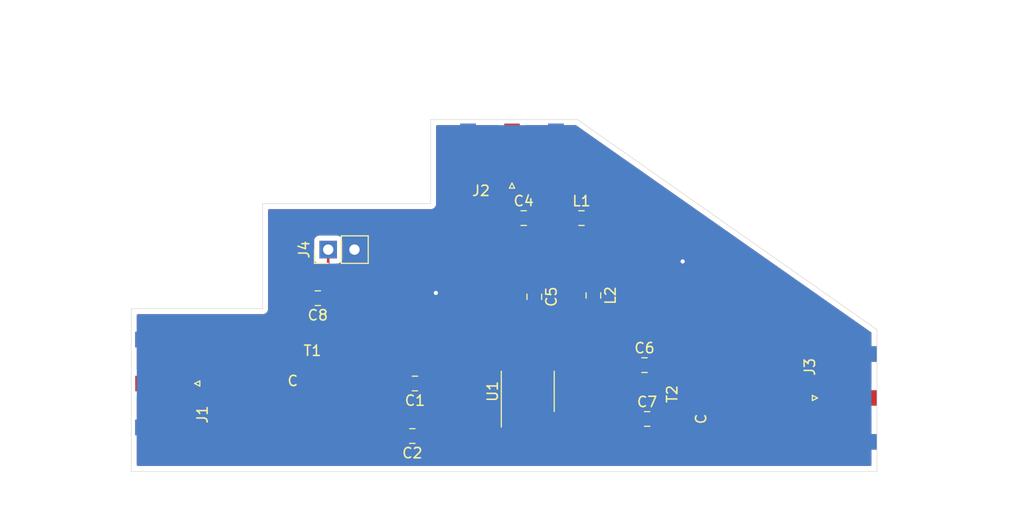
<source format=kicad_pcb>
(kicad_pcb (version 20171130) (host pcbnew "(5.1.5)-3")

  (general
    (thickness 1.6)
    (drawings 9)
    (tracks 44)
    (zones 0)
    (modules 16)
    (nets 17)
  )

  (page A4)
  (layers
    (0 F.Cu signal)
    (31 B.Cu signal)
    (32 B.Adhes user)
    (33 F.Adhes user)
    (34 B.Paste user)
    (35 F.Paste user)
    (36 B.SilkS user)
    (37 F.SilkS user)
    (38 B.Mask user)
    (39 F.Mask user)
    (40 Dwgs.User user)
    (41 Cmts.User user)
    (42 Eco1.User user)
    (43 Eco2.User user)
    (44 Edge.Cuts user)
    (45 Margin user)
    (46 B.CrtYd user)
    (47 F.CrtYd user)
    (48 B.Fab user)
    (49 F.Fab user)
  )

  (setup
    (last_trace_width 0.25)
    (trace_clearance 0.254)
    (zone_clearance 0.508)
    (zone_45_only no)
    (trace_min 0.2)
    (via_size 0.8)
    (via_drill 0.4)
    (via_min_size 0.4)
    (via_min_drill 0.3)
    (uvia_size 0.3)
    (uvia_drill 0.1)
    (uvias_allowed no)
    (uvia_min_size 0.2)
    (uvia_min_drill 0.1)
    (edge_width 0.05)
    (segment_width 0.2)
    (pcb_text_width 0.3)
    (pcb_text_size 1.5 1.5)
    (mod_edge_width 0.12)
    (mod_text_size 1 1)
    (mod_text_width 0.15)
    (pad_size 1.524 1.524)
    (pad_drill 0.762)
    (pad_to_mask_clearance 0.051)
    (solder_mask_min_width 0.25)
    (aux_axis_origin 0 0)
    (visible_elements 7FFFFFFF)
    (pcbplotparams
      (layerselection 0x01000_ffffffff)
      (usegerberextensions false)
      (usegerberattributes false)
      (usegerberadvancedattributes false)
      (creategerberjobfile false)
      (excludeedgelayer true)
      (linewidth 0.100000)
      (plotframeref false)
      (viasonmask false)
      (mode 1)
      (useauxorigin false)
      (hpglpennumber 1)
      (hpglpenspeed 20)
      (hpglpendiameter 15.000000)
      (psnegative false)
      (psa4output false)
      (plotreference true)
      (plotvalue true)
      (plotinvisibletext false)
      (padsonsilk false)
      (subtractmaskfromsilk false)
      (outputformat 1)
      (mirror false)
      (drillshape 0)
      (scaleselection 1)
      (outputdirectory "mill/"))
  )

  (net 0 "")
  (net 1 "Net-(C1-Pad1)")
  (net 2 "Net-(C1-Pad2)")
  (net 3 "Net-(C2-Pad2)")
  (net 4 "Net-(C2-Pad1)")
  (net 5 VCC)
  (net 6 GND)
  (net 7 "Net-(C4-Pad1)")
  (net 8 "Net-(C4-Pad2)")
  (net 9 "Net-(C5-Pad2)")
  (net 10 "Net-(C6-Pad1)")
  (net 11 "Net-(C6-Pad2)")
  (net 12 "Net-(C7-Pad2)")
  (net 13 "Net-(C7-Pad1)")
  (net 14 "Net-(J1-Pad1)")
  (net 15 "Net-(J3-Pad1)")
  (net 16 "Net-(L1-Pad2)")

  (net_class Default "This is the default net class."
    (clearance 0.254)
    (trace_width 0.25)
    (via_dia 0.8)
    (via_drill 0.4)
    (uvia_dia 0.3)
    (uvia_drill 0.1)
    (diff_pair_width 0.254)
    (diff_pair_gap 0.25)
    (add_net GND)
    (add_net "Net-(C1-Pad1)")
    (add_net "Net-(C1-Pad2)")
    (add_net "Net-(C2-Pad1)")
    (add_net "Net-(C2-Pad2)")
    (add_net "Net-(C4-Pad1)")
    (add_net "Net-(C4-Pad2)")
    (add_net "Net-(C5-Pad2)")
    (add_net "Net-(C6-Pad1)")
    (add_net "Net-(C6-Pad2)")
    (add_net "Net-(C7-Pad1)")
    (add_net "Net-(C7-Pad2)")
    (add_net "Net-(J1-Pad1)")
    (add_net "Net-(J3-Pad1)")
    (add_net "Net-(L1-Pad2)")
    (add_net VCC)
  )

  (module Capacitor_SMD:C_0805_2012Metric_Pad1.15x1.40mm_HandSolder (layer F.Cu) (tedit 5B36C52B) (tstamp 5E575FBF)
    (at 127.009 86.995 180)
    (descr "Capacitor SMD 0805 (2012 Metric), square (rectangular) end terminal, IPC_7351 nominal with elongated pad for handsoldering. (Body size source: https://docs.google.com/spreadsheets/d/1BsfQQcO9C6DZCsRaXUlFlo91Tg2WpOkGARC1WS5S8t0/edit?usp=sharing), generated with kicad-footprint-generator")
    (tags "capacitor handsolder")
    (path /5E4487E9)
    (attr smd)
    (fp_text reference C1 (at 0 -1.65) (layer F.SilkS)
      (effects (font (size 1 1) (thickness 0.15)))
    )
    (fp_text value 10u (at 0 1.65) (layer F.Fab)
      (effects (font (size 1 1) (thickness 0.15)))
    )
    (fp_line (start -1 0.6) (end -1 -0.6) (layer F.Fab) (width 0.1))
    (fp_line (start -1 -0.6) (end 1 -0.6) (layer F.Fab) (width 0.1))
    (fp_line (start 1 -0.6) (end 1 0.6) (layer F.Fab) (width 0.1))
    (fp_line (start 1 0.6) (end -1 0.6) (layer F.Fab) (width 0.1))
    (fp_line (start -0.261252 -0.71) (end 0.261252 -0.71) (layer F.SilkS) (width 0.12))
    (fp_line (start -0.261252 0.71) (end 0.261252 0.71) (layer F.SilkS) (width 0.12))
    (fp_line (start -1.85 0.95) (end -1.85 -0.95) (layer F.CrtYd) (width 0.05))
    (fp_line (start -1.85 -0.95) (end 1.85 -0.95) (layer F.CrtYd) (width 0.05))
    (fp_line (start 1.85 -0.95) (end 1.85 0.95) (layer F.CrtYd) (width 0.05))
    (fp_line (start 1.85 0.95) (end -1.85 0.95) (layer F.CrtYd) (width 0.05))
    (fp_text user %R (at 0 0) (layer F.Fab)
      (effects (font (size 0.5 0.5) (thickness 0.08)))
    )
    (pad 1 smd roundrect (at -1.025 0 180) (size 1.15 1.4) (layers F.Cu F.Paste F.Mask) (roundrect_rratio 0.217391)
      (net 1 "Net-(C1-Pad1)"))
    (pad 2 smd roundrect (at 1.025 0 180) (size 1.15 1.4) (layers F.Cu F.Paste F.Mask) (roundrect_rratio 0.217391)
      (net 2 "Net-(C1-Pad2)"))
    (model ${KISYS3DMOD}/Capacitor_SMD.3dshapes/C_0805_2012Metric.wrl
      (at (xyz 0 0 0))
      (scale (xyz 1 1 1))
      (rotate (xyz 0 0 0))
    )
  )

  (module Capacitor_SMD:C_0805_2012Metric_Pad1.15x1.40mm_HandSolder (layer F.Cu) (tedit 5B36C52B) (tstamp 5E575FD0)
    (at 126.755 92.075 180)
    (descr "Capacitor SMD 0805 (2012 Metric), square (rectangular) end terminal, IPC_7351 nominal with elongated pad for handsoldering. (Body size source: https://docs.google.com/spreadsheets/d/1BsfQQcO9C6DZCsRaXUlFlo91Tg2WpOkGARC1WS5S8t0/edit?usp=sharing), generated with kicad-footprint-generator")
    (tags "capacitor handsolder")
    (path /5E449573)
    (attr smd)
    (fp_text reference C2 (at 0 -1.65) (layer F.SilkS)
      (effects (font (size 1 1) (thickness 0.15)))
    )
    (fp_text value 10u (at 0 1.65) (layer F.Fab)
      (effects (font (size 1 1) (thickness 0.15)))
    )
    (fp_text user %R (at 0 0) (layer F.Fab)
      (effects (font (size 0.5 0.5) (thickness 0.08)))
    )
    (fp_line (start 1.85 0.95) (end -1.85 0.95) (layer F.CrtYd) (width 0.05))
    (fp_line (start 1.85 -0.95) (end 1.85 0.95) (layer F.CrtYd) (width 0.05))
    (fp_line (start -1.85 -0.95) (end 1.85 -0.95) (layer F.CrtYd) (width 0.05))
    (fp_line (start -1.85 0.95) (end -1.85 -0.95) (layer F.CrtYd) (width 0.05))
    (fp_line (start -0.261252 0.71) (end 0.261252 0.71) (layer F.SilkS) (width 0.12))
    (fp_line (start -0.261252 -0.71) (end 0.261252 -0.71) (layer F.SilkS) (width 0.12))
    (fp_line (start 1 0.6) (end -1 0.6) (layer F.Fab) (width 0.1))
    (fp_line (start 1 -0.6) (end 1 0.6) (layer F.Fab) (width 0.1))
    (fp_line (start -1 -0.6) (end 1 -0.6) (layer F.Fab) (width 0.1))
    (fp_line (start -1 0.6) (end -1 -0.6) (layer F.Fab) (width 0.1))
    (pad 2 smd roundrect (at 1.025 0 180) (size 1.15 1.4) (layers F.Cu F.Paste F.Mask) (roundrect_rratio 0.217391)
      (net 3 "Net-(C2-Pad2)"))
    (pad 1 smd roundrect (at -1.025 0 180) (size 1.15 1.4) (layers F.Cu F.Paste F.Mask) (roundrect_rratio 0.217391)
      (net 4 "Net-(C2-Pad1)"))
    (model ${KISYS3DMOD}/Capacitor_SMD.3dshapes/C_0805_2012Metric.wrl
      (at (xyz 0 0 0))
      (scale (xyz 1 1 1))
      (rotate (xyz 0 0 0))
    )
  )

  (module Capacitor_SMD:C_0805_2012Metric_Pad1.15x1.40mm_HandSolder (layer F.Cu) (tedit 5B36C52B) (tstamp 5E575FF2)
    (at 137.532 70.993)
    (descr "Capacitor SMD 0805 (2012 Metric), square (rectangular) end terminal, IPC_7351 nominal with elongated pad for handsoldering. (Body size source: https://docs.google.com/spreadsheets/d/1BsfQQcO9C6DZCsRaXUlFlo91Tg2WpOkGARC1WS5S8t0/edit?usp=sharing), generated with kicad-footprint-generator")
    (tags "capacitor handsolder")
    (path /5E462B15)
    (attr smd)
    (fp_text reference C4 (at 0 -1.65) (layer F.SilkS)
      (effects (font (size 1 1) (thickness 0.15)))
    )
    (fp_text value 2.2n (at 0 1.65) (layer F.Fab)
      (effects (font (size 1 1) (thickness 0.15)))
    )
    (fp_line (start -1 0.6) (end -1 -0.6) (layer F.Fab) (width 0.1))
    (fp_line (start -1 -0.6) (end 1 -0.6) (layer F.Fab) (width 0.1))
    (fp_line (start 1 -0.6) (end 1 0.6) (layer F.Fab) (width 0.1))
    (fp_line (start 1 0.6) (end -1 0.6) (layer F.Fab) (width 0.1))
    (fp_line (start -0.261252 -0.71) (end 0.261252 -0.71) (layer F.SilkS) (width 0.12))
    (fp_line (start -0.261252 0.71) (end 0.261252 0.71) (layer F.SilkS) (width 0.12))
    (fp_line (start -1.85 0.95) (end -1.85 -0.95) (layer F.CrtYd) (width 0.05))
    (fp_line (start -1.85 -0.95) (end 1.85 -0.95) (layer F.CrtYd) (width 0.05))
    (fp_line (start 1.85 -0.95) (end 1.85 0.95) (layer F.CrtYd) (width 0.05))
    (fp_line (start 1.85 0.95) (end -1.85 0.95) (layer F.CrtYd) (width 0.05))
    (fp_text user %R (at 0 0) (layer F.Fab)
      (effects (font (size 0.5 0.5) (thickness 0.08)))
    )
    (pad 1 smd roundrect (at -1.025 0) (size 1.15 1.4) (layers F.Cu F.Paste F.Mask) (roundrect_rratio 0.217391)
      (net 7 "Net-(C4-Pad1)"))
    (pad 2 smd roundrect (at 1.025 0) (size 1.15 1.4) (layers F.Cu F.Paste F.Mask) (roundrect_rratio 0.217391)
      (net 8 "Net-(C4-Pad2)"))
    (model ${KISYS3DMOD}/Capacitor_SMD.3dshapes/C_0805_2012Metric.wrl
      (at (xyz 0 0 0))
      (scale (xyz 1 1 1))
      (rotate (xyz 0 0 0))
    )
  )

  (module Capacitor_SMD:C_0805_2012Metric_Pad1.15x1.40mm_HandSolder (layer F.Cu) (tedit 5B36C52B) (tstamp 5E576003)
    (at 138.557 78.604 270)
    (descr "Capacitor SMD 0805 (2012 Metric), square (rectangular) end terminal, IPC_7351 nominal with elongated pad for handsoldering. (Body size source: https://docs.google.com/spreadsheets/d/1BsfQQcO9C6DZCsRaXUlFlo91Tg2WpOkGARC1WS5S8t0/edit?usp=sharing), generated with kicad-footprint-generator")
    (tags "capacitor handsolder")
    (path /5E465A73)
    (attr smd)
    (fp_text reference C5 (at 0 -1.65 90) (layer F.SilkS)
      (effects (font (size 1 1) (thickness 0.15)))
    )
    (fp_text value 10u (at 0 1.65 90) (layer F.Fab)
      (effects (font (size 1 1) (thickness 0.15)))
    )
    (fp_text user %R (at 0 0 90) (layer F.Fab)
      (effects (font (size 0.5 0.5) (thickness 0.08)))
    )
    (fp_line (start 1.85 0.95) (end -1.85 0.95) (layer F.CrtYd) (width 0.05))
    (fp_line (start 1.85 -0.95) (end 1.85 0.95) (layer F.CrtYd) (width 0.05))
    (fp_line (start -1.85 -0.95) (end 1.85 -0.95) (layer F.CrtYd) (width 0.05))
    (fp_line (start -1.85 0.95) (end -1.85 -0.95) (layer F.CrtYd) (width 0.05))
    (fp_line (start -0.261252 0.71) (end 0.261252 0.71) (layer F.SilkS) (width 0.12))
    (fp_line (start -0.261252 -0.71) (end 0.261252 -0.71) (layer F.SilkS) (width 0.12))
    (fp_line (start 1 0.6) (end -1 0.6) (layer F.Fab) (width 0.1))
    (fp_line (start 1 -0.6) (end 1 0.6) (layer F.Fab) (width 0.1))
    (fp_line (start -1 -0.6) (end 1 -0.6) (layer F.Fab) (width 0.1))
    (fp_line (start -1 0.6) (end -1 -0.6) (layer F.Fab) (width 0.1))
    (pad 2 smd roundrect (at 1.025 0 270) (size 1.15 1.4) (layers F.Cu F.Paste F.Mask) (roundrect_rratio 0.217391)
      (net 9 "Net-(C5-Pad2)"))
    (pad 1 smd roundrect (at -1.025 0 270) (size 1.15 1.4) (layers F.Cu F.Paste F.Mask) (roundrect_rratio 0.217391)
      (net 8 "Net-(C4-Pad2)"))
    (model ${KISYS3DMOD}/Capacitor_SMD.3dshapes/C_0805_2012Metric.wrl
      (at (xyz 0 0 0))
      (scale (xyz 1 1 1))
      (rotate (xyz 0 0 0))
    )
  )

  (module Capacitor_SMD:C_0805_2012Metric_Pad1.15x1.40mm_HandSolder (layer F.Cu) (tedit 5B36C52B) (tstamp 5E576014)
    (at 149.216 85.217)
    (descr "Capacitor SMD 0805 (2012 Metric), square (rectangular) end terminal, IPC_7351 nominal with elongated pad for handsoldering. (Body size source: https://docs.google.com/spreadsheets/d/1BsfQQcO9C6DZCsRaXUlFlo91Tg2WpOkGARC1WS5S8t0/edit?usp=sharing), generated with kicad-footprint-generator")
    (tags "capacitor handsolder")
    (path /5E451EC8)
    (attr smd)
    (fp_text reference C6 (at 0 -1.65) (layer F.SilkS)
      (effects (font (size 1 1) (thickness 0.15)))
    )
    (fp_text value 10u (at 0 1.65) (layer F.Fab)
      (effects (font (size 1 1) (thickness 0.15)))
    )
    (fp_line (start -1 0.6) (end -1 -0.6) (layer F.Fab) (width 0.1))
    (fp_line (start -1 -0.6) (end 1 -0.6) (layer F.Fab) (width 0.1))
    (fp_line (start 1 -0.6) (end 1 0.6) (layer F.Fab) (width 0.1))
    (fp_line (start 1 0.6) (end -1 0.6) (layer F.Fab) (width 0.1))
    (fp_line (start -0.261252 -0.71) (end 0.261252 -0.71) (layer F.SilkS) (width 0.12))
    (fp_line (start -0.261252 0.71) (end 0.261252 0.71) (layer F.SilkS) (width 0.12))
    (fp_line (start -1.85 0.95) (end -1.85 -0.95) (layer F.CrtYd) (width 0.05))
    (fp_line (start -1.85 -0.95) (end 1.85 -0.95) (layer F.CrtYd) (width 0.05))
    (fp_line (start 1.85 -0.95) (end 1.85 0.95) (layer F.CrtYd) (width 0.05))
    (fp_line (start 1.85 0.95) (end -1.85 0.95) (layer F.CrtYd) (width 0.05))
    (fp_text user %R (at 0 0) (layer F.Fab)
      (effects (font (size 0.5 0.5) (thickness 0.08)))
    )
    (pad 1 smd roundrect (at -1.025 0) (size 1.15 1.4) (layers F.Cu F.Paste F.Mask) (roundrect_rratio 0.217391)
      (net 10 "Net-(C6-Pad1)"))
    (pad 2 smd roundrect (at 1.025 0) (size 1.15 1.4) (layers F.Cu F.Paste F.Mask) (roundrect_rratio 0.217391)
      (net 11 "Net-(C6-Pad2)"))
    (model ${KISYS3DMOD}/Capacitor_SMD.3dshapes/C_0805_2012Metric.wrl
      (at (xyz 0 0 0))
      (scale (xyz 1 1 1))
      (rotate (xyz 0 0 0))
    )
  )

  (module Capacitor_SMD:C_0805_2012Metric_Pad1.15x1.40mm_HandSolder (layer F.Cu) (tedit 5B36C52B) (tstamp 5E576025)
    (at 149.47 90.424)
    (descr "Capacitor SMD 0805 (2012 Metric), square (rectangular) end terminal, IPC_7351 nominal with elongated pad for handsoldering. (Body size source: https://docs.google.com/spreadsheets/d/1BsfQQcO9C6DZCsRaXUlFlo91Tg2WpOkGARC1WS5S8t0/edit?usp=sharing), generated with kicad-footprint-generator")
    (tags "capacitor handsolder")
    (path /5E451ED2)
    (attr smd)
    (fp_text reference C7 (at 0 -1.65) (layer F.SilkS)
      (effects (font (size 1 1) (thickness 0.15)))
    )
    (fp_text value 10u (at 0 1.65) (layer F.Fab)
      (effects (font (size 1 1) (thickness 0.15)))
    )
    (fp_text user %R (at 0 0) (layer F.Fab)
      (effects (font (size 0.5 0.5) (thickness 0.08)))
    )
    (fp_line (start 1.85 0.95) (end -1.85 0.95) (layer F.CrtYd) (width 0.05))
    (fp_line (start 1.85 -0.95) (end 1.85 0.95) (layer F.CrtYd) (width 0.05))
    (fp_line (start -1.85 -0.95) (end 1.85 -0.95) (layer F.CrtYd) (width 0.05))
    (fp_line (start -1.85 0.95) (end -1.85 -0.95) (layer F.CrtYd) (width 0.05))
    (fp_line (start -0.261252 0.71) (end 0.261252 0.71) (layer F.SilkS) (width 0.12))
    (fp_line (start -0.261252 -0.71) (end 0.261252 -0.71) (layer F.SilkS) (width 0.12))
    (fp_line (start 1 0.6) (end -1 0.6) (layer F.Fab) (width 0.1))
    (fp_line (start 1 -0.6) (end 1 0.6) (layer F.Fab) (width 0.1))
    (fp_line (start -1 -0.6) (end 1 -0.6) (layer F.Fab) (width 0.1))
    (fp_line (start -1 0.6) (end -1 -0.6) (layer F.Fab) (width 0.1))
    (pad 2 smd roundrect (at 1.025 0) (size 1.15 1.4) (layers F.Cu F.Paste F.Mask) (roundrect_rratio 0.217391)
      (net 12 "Net-(C7-Pad2)"))
    (pad 1 smd roundrect (at -1.025 0) (size 1.15 1.4) (layers F.Cu F.Paste F.Mask) (roundrect_rratio 0.217391)
      (net 13 "Net-(C7-Pad1)"))
    (model ${KISYS3DMOD}/Capacitor_SMD.3dshapes/C_0805_2012Metric.wrl
      (at (xyz 0 0 0))
      (scale (xyz 1 1 1))
      (rotate (xyz 0 0 0))
    )
  )

  (module Connector_Coaxial:SMA_Amphenol_132289_EdgeMount (layer F.Cu) (tedit 5A1C1810) (tstamp 5E576048)
    (at 102.489 86.995 180)
    (descr http://www.amphenolrf.com/132289.html)
    (tags SMA)
    (path /5E44E17A)
    (attr smd)
    (fp_text reference J1 (at -3.96 -3 90) (layer F.SilkS)
      (effects (font (size 1 1) (thickness 0.15)))
    )
    (fp_text value Conn_Coaxial (at 5 6) (layer F.Fab)
      (effects (font (size 1 1) (thickness 0.15)))
    )
    (fp_line (start -3.71 0.25) (end -3.21 0) (layer F.SilkS) (width 0.12))
    (fp_line (start -3.71 -0.25) (end -3.71 0.25) (layer F.SilkS) (width 0.12))
    (fp_line (start -3.21 0) (end -3.71 -0.25) (layer F.SilkS) (width 0.12))
    (fp_line (start 3.54 0) (end 2.54 0.75) (layer F.Fab) (width 0.1))
    (fp_line (start 2.54 -0.75) (end 3.54 0) (layer F.Fab) (width 0.1))
    (fp_text user %R (at 4.79 0 270) (layer F.Fab)
      (effects (font (size 1 1) (thickness 0.15)))
    )
    (fp_line (start 14.47 -5.58) (end -3.04 -5.58) (layer F.CrtYd) (width 0.05))
    (fp_line (start 14.47 -5.58) (end 14.47 5.58) (layer F.CrtYd) (width 0.05))
    (fp_line (start 14.47 5.58) (end -3.04 5.58) (layer F.CrtYd) (width 0.05))
    (fp_line (start -3.04 5.58) (end -3.04 -5.58) (layer F.CrtYd) (width 0.05))
    (fp_line (start 14.47 -5.58) (end -3.04 -5.58) (layer B.CrtYd) (width 0.05))
    (fp_line (start 14.47 -5.58) (end 14.47 5.58) (layer B.CrtYd) (width 0.05))
    (fp_line (start 14.47 5.58) (end -3.04 5.58) (layer B.CrtYd) (width 0.05))
    (fp_line (start -3.04 5.58) (end -3.04 -5.58) (layer B.CrtYd) (width 0.05))
    (fp_line (start 4.445 -3.81) (end 13.97 -3.81) (layer F.Fab) (width 0.1))
    (fp_line (start 13.97 -3.81) (end 13.97 3.81) (layer F.Fab) (width 0.1))
    (fp_line (start 13.97 3.81) (end 4.445 3.81) (layer F.Fab) (width 0.1))
    (fp_line (start 4.445 5.08) (end 4.445 3.81) (layer F.Fab) (width 0.1))
    (fp_line (start 4.445 -3.81) (end 4.445 -5.08) (layer F.Fab) (width 0.1))
    (fp_line (start -1.91 -5.08) (end 4.445 -5.08) (layer F.Fab) (width 0.1))
    (fp_line (start -1.91 -5.08) (end -1.91 -3.81) (layer F.Fab) (width 0.1))
    (fp_line (start -1.91 -3.81) (end 2.54 -3.81) (layer F.Fab) (width 0.1))
    (fp_line (start 2.54 -3.81) (end 2.54 3.81) (layer F.Fab) (width 0.1))
    (fp_line (start 2.54 3.81) (end -1.91 3.81) (layer F.Fab) (width 0.1))
    (fp_line (start -1.91 3.81) (end -1.91 5.08) (layer F.Fab) (width 0.1))
    (fp_line (start -1.91 5.08) (end 4.445 5.08) (layer F.Fab) (width 0.1))
    (pad 2 smd rect (at 0 4.25 270) (size 1.5 5.08) (layers B.Cu B.Paste B.Mask)
      (net 6 GND))
    (pad 2 smd rect (at 0 -4.25 270) (size 1.5 5.08) (layers B.Cu B.Paste B.Mask)
      (net 6 GND))
    (pad 2 smd rect (at 0 4.25 270) (size 1.5 5.08) (layers F.Cu F.Paste F.Mask)
      (net 6 GND))
    (pad 2 smd rect (at 0 -4.25 270) (size 1.5 5.08) (layers F.Cu F.Paste F.Mask)
      (net 6 GND))
    (pad 1 smd rect (at 0 0 270) (size 1.5 5.08) (layers F.Cu F.Paste F.Mask)
      (net 14 "Net-(J1-Pad1)"))
    (model ${KISYS3DMOD}/Connector_Coaxial.3dshapes/SMA_Amphenol_132289_EdgeMount.wrl
      (at (xyz 0 0 0))
      (scale (xyz 1 1 1))
      (rotate (xyz 0 0 0))
    )
  )

  (module Connector_Coaxial:SMA_Amphenol_132289_EdgeMount (layer F.Cu) (tedit 5A1C1810) (tstamp 5E57606B)
    (at 136.398 64.389 90)
    (descr http://www.amphenolrf.com/132289.html)
    (tags SMA)
    (path /5E461885)
    (attr smd)
    (fp_text reference J2 (at -3.96 -3) (layer F.SilkS)
      (effects (font (size 1 1) (thickness 0.15)))
    )
    (fp_text value Conn_Coaxial (at 5 6 90) (layer F.Fab)
      (effects (font (size 1 1) (thickness 0.15)))
    )
    (fp_line (start -3.71 0.25) (end -3.21 0) (layer F.SilkS) (width 0.12))
    (fp_line (start -3.71 -0.25) (end -3.71 0.25) (layer F.SilkS) (width 0.12))
    (fp_line (start -3.21 0) (end -3.71 -0.25) (layer F.SilkS) (width 0.12))
    (fp_line (start 3.54 0) (end 2.54 0.75) (layer F.Fab) (width 0.1))
    (fp_line (start 2.54 -0.75) (end 3.54 0) (layer F.Fab) (width 0.1))
    (fp_text user %R (at 4.79 0 180) (layer F.Fab)
      (effects (font (size 1 1) (thickness 0.15)))
    )
    (fp_line (start 14.47 -5.58) (end -3.04 -5.58) (layer F.CrtYd) (width 0.05))
    (fp_line (start 14.47 -5.58) (end 14.47 5.58) (layer F.CrtYd) (width 0.05))
    (fp_line (start 14.47 5.58) (end -3.04 5.58) (layer F.CrtYd) (width 0.05))
    (fp_line (start -3.04 5.58) (end -3.04 -5.58) (layer F.CrtYd) (width 0.05))
    (fp_line (start 14.47 -5.58) (end -3.04 -5.58) (layer B.CrtYd) (width 0.05))
    (fp_line (start 14.47 -5.58) (end 14.47 5.58) (layer B.CrtYd) (width 0.05))
    (fp_line (start 14.47 5.58) (end -3.04 5.58) (layer B.CrtYd) (width 0.05))
    (fp_line (start -3.04 5.58) (end -3.04 -5.58) (layer B.CrtYd) (width 0.05))
    (fp_line (start 4.445 -3.81) (end 13.97 -3.81) (layer F.Fab) (width 0.1))
    (fp_line (start 13.97 -3.81) (end 13.97 3.81) (layer F.Fab) (width 0.1))
    (fp_line (start 13.97 3.81) (end 4.445 3.81) (layer F.Fab) (width 0.1))
    (fp_line (start 4.445 5.08) (end 4.445 3.81) (layer F.Fab) (width 0.1))
    (fp_line (start 4.445 -3.81) (end 4.445 -5.08) (layer F.Fab) (width 0.1))
    (fp_line (start -1.91 -5.08) (end 4.445 -5.08) (layer F.Fab) (width 0.1))
    (fp_line (start -1.91 -5.08) (end -1.91 -3.81) (layer F.Fab) (width 0.1))
    (fp_line (start -1.91 -3.81) (end 2.54 -3.81) (layer F.Fab) (width 0.1))
    (fp_line (start 2.54 -3.81) (end 2.54 3.81) (layer F.Fab) (width 0.1))
    (fp_line (start 2.54 3.81) (end -1.91 3.81) (layer F.Fab) (width 0.1))
    (fp_line (start -1.91 3.81) (end -1.91 5.08) (layer F.Fab) (width 0.1))
    (fp_line (start -1.91 5.08) (end 4.445 5.08) (layer F.Fab) (width 0.1))
    (pad 2 smd rect (at 0 4.25 180) (size 1.5 5.08) (layers B.Cu B.Paste B.Mask)
      (net 6 GND))
    (pad 2 smd rect (at 0 -4.25 180) (size 1.5 5.08) (layers B.Cu B.Paste B.Mask)
      (net 6 GND))
    (pad 2 smd rect (at 0 4.25 180) (size 1.5 5.08) (layers F.Cu F.Paste F.Mask)
      (net 6 GND))
    (pad 2 smd rect (at 0 -4.25 180) (size 1.5 5.08) (layers F.Cu F.Paste F.Mask)
      (net 6 GND))
    (pad 1 smd rect (at 0 0 180) (size 1.5 5.08) (layers F.Cu F.Paste F.Mask)
      (net 7 "Net-(C4-Pad1)"))
    (model ${KISYS3DMOD}/Connector_Coaxial.3dshapes/SMA_Amphenol_132289_EdgeMount.wrl
      (at (xyz 0 0 0))
      (scale (xyz 1 1 1))
      (rotate (xyz 0 0 0))
    )
  )

  (module Connector_Coaxial:SMA_Amphenol_132289_EdgeMount (layer F.Cu) (tedit 5A1C1810) (tstamp 5E57608E)
    (at 169.164 88.392)
    (descr http://www.amphenolrf.com/132289.html)
    (tags SMA)
    (path /5E451EF7)
    (attr smd)
    (fp_text reference J3 (at -3.96 -3 90) (layer F.SilkS)
      (effects (font (size 1 1) (thickness 0.15)))
    )
    (fp_text value Conn_Coaxial (at 5 6) (layer F.Fab)
      (effects (font (size 1 1) (thickness 0.15)))
    )
    (fp_line (start -1.91 5.08) (end 4.445 5.08) (layer F.Fab) (width 0.1))
    (fp_line (start -1.91 3.81) (end -1.91 5.08) (layer F.Fab) (width 0.1))
    (fp_line (start 2.54 3.81) (end -1.91 3.81) (layer F.Fab) (width 0.1))
    (fp_line (start 2.54 -3.81) (end 2.54 3.81) (layer F.Fab) (width 0.1))
    (fp_line (start -1.91 -3.81) (end 2.54 -3.81) (layer F.Fab) (width 0.1))
    (fp_line (start -1.91 -5.08) (end -1.91 -3.81) (layer F.Fab) (width 0.1))
    (fp_line (start -1.91 -5.08) (end 4.445 -5.08) (layer F.Fab) (width 0.1))
    (fp_line (start 4.445 -3.81) (end 4.445 -5.08) (layer F.Fab) (width 0.1))
    (fp_line (start 4.445 5.08) (end 4.445 3.81) (layer F.Fab) (width 0.1))
    (fp_line (start 13.97 3.81) (end 4.445 3.81) (layer F.Fab) (width 0.1))
    (fp_line (start 13.97 -3.81) (end 13.97 3.81) (layer F.Fab) (width 0.1))
    (fp_line (start 4.445 -3.81) (end 13.97 -3.81) (layer F.Fab) (width 0.1))
    (fp_line (start -3.04 5.58) (end -3.04 -5.58) (layer B.CrtYd) (width 0.05))
    (fp_line (start 14.47 5.58) (end -3.04 5.58) (layer B.CrtYd) (width 0.05))
    (fp_line (start 14.47 -5.58) (end 14.47 5.58) (layer B.CrtYd) (width 0.05))
    (fp_line (start 14.47 -5.58) (end -3.04 -5.58) (layer B.CrtYd) (width 0.05))
    (fp_line (start -3.04 5.58) (end -3.04 -5.58) (layer F.CrtYd) (width 0.05))
    (fp_line (start 14.47 5.58) (end -3.04 5.58) (layer F.CrtYd) (width 0.05))
    (fp_line (start 14.47 -5.58) (end 14.47 5.58) (layer F.CrtYd) (width 0.05))
    (fp_line (start 14.47 -5.58) (end -3.04 -5.58) (layer F.CrtYd) (width 0.05))
    (fp_text user %R (at 4.79 0 270) (layer F.Fab)
      (effects (font (size 1 1) (thickness 0.15)))
    )
    (fp_line (start 2.54 -0.75) (end 3.54 0) (layer F.Fab) (width 0.1))
    (fp_line (start 3.54 0) (end 2.54 0.75) (layer F.Fab) (width 0.1))
    (fp_line (start -3.21 0) (end -3.71 -0.25) (layer F.SilkS) (width 0.12))
    (fp_line (start -3.71 -0.25) (end -3.71 0.25) (layer F.SilkS) (width 0.12))
    (fp_line (start -3.71 0.25) (end -3.21 0) (layer F.SilkS) (width 0.12))
    (pad 1 smd rect (at 0 0 90) (size 1.5 5.08) (layers F.Cu F.Paste F.Mask)
      (net 15 "Net-(J3-Pad1)"))
    (pad 2 smd rect (at 0 -4.25 90) (size 1.5 5.08) (layers F.Cu F.Paste F.Mask)
      (net 6 GND))
    (pad 2 smd rect (at 0 4.25 90) (size 1.5 5.08) (layers F.Cu F.Paste F.Mask)
      (net 6 GND))
    (pad 2 smd rect (at 0 -4.25 90) (size 1.5 5.08) (layers B.Cu B.Paste B.Mask)
      (net 6 GND))
    (pad 2 smd rect (at 0 4.25 90) (size 1.5 5.08) (layers B.Cu B.Paste B.Mask)
      (net 6 GND))
    (model ${KISYS3DMOD}/Connector_Coaxial.3dshapes/SMA_Amphenol_132289_EdgeMount.wrl
      (at (xyz 0 0 0))
      (scale (xyz 1 1 1))
      (rotate (xyz 0 0 0))
    )
  )

  (module Capacitor_SMD:C_0805_2012Metric_Pad1.15x1.40mm_HandSolder (layer F.Cu) (tedit 5B36C52B) (tstamp 5E57609F)
    (at 143.12 70.993)
    (descr "Capacitor SMD 0805 (2012 Metric), square (rectangular) end terminal, IPC_7351 nominal with elongated pad for handsoldering. (Body size source: https://docs.google.com/spreadsheets/d/1BsfQQcO9C6DZCsRaXUlFlo91Tg2WpOkGARC1WS5S8t0/edit?usp=sharing), generated with kicad-footprint-generator")
    (tags "capacitor handsolder")
    (path /5E4634AE)
    (attr smd)
    (fp_text reference L1 (at 0 -1.65) (layer F.SilkS)
      (effects (font (size 1 1) (thickness 0.15)))
    )
    (fp_text value 5.6u (at 0 1.65) (layer F.Fab)
      (effects (font (size 1 1) (thickness 0.15)))
    )
    (fp_text user %R (at 0 0) (layer F.Fab)
      (effects (font (size 0.5 0.5) (thickness 0.08)))
    )
    (fp_line (start 1.85 0.95) (end -1.85 0.95) (layer F.CrtYd) (width 0.05))
    (fp_line (start 1.85 -0.95) (end 1.85 0.95) (layer F.CrtYd) (width 0.05))
    (fp_line (start -1.85 -0.95) (end 1.85 -0.95) (layer F.CrtYd) (width 0.05))
    (fp_line (start -1.85 0.95) (end -1.85 -0.95) (layer F.CrtYd) (width 0.05))
    (fp_line (start -0.261252 0.71) (end 0.261252 0.71) (layer F.SilkS) (width 0.12))
    (fp_line (start -0.261252 -0.71) (end 0.261252 -0.71) (layer F.SilkS) (width 0.12))
    (fp_line (start 1 0.6) (end -1 0.6) (layer F.Fab) (width 0.1))
    (fp_line (start 1 -0.6) (end 1 0.6) (layer F.Fab) (width 0.1))
    (fp_line (start -1 -0.6) (end 1 -0.6) (layer F.Fab) (width 0.1))
    (fp_line (start -1 0.6) (end -1 -0.6) (layer F.Fab) (width 0.1))
    (pad 2 smd roundrect (at 1.025 0) (size 1.15 1.4) (layers F.Cu F.Paste F.Mask) (roundrect_rratio 0.217391)
      (net 16 "Net-(L1-Pad2)"))
    (pad 1 smd roundrect (at -1.025 0) (size 1.15 1.4) (layers F.Cu F.Paste F.Mask) (roundrect_rratio 0.217391)
      (net 8 "Net-(C4-Pad2)"))
    (model ${KISYS3DMOD}/Capacitor_SMD.3dshapes/C_0805_2012Metric.wrl
      (at (xyz 0 0 0))
      (scale (xyz 1 1 1))
      (rotate (xyz 0 0 0))
    )
  )

  (module Capacitor_SMD:C_0805_2012Metric_Pad1.15x1.40mm_HandSolder (layer F.Cu) (tedit 5B36C52B) (tstamp 5E5760B0)
    (at 144.272 78.477 270)
    (descr "Capacitor SMD 0805 (2012 Metric), square (rectangular) end terminal, IPC_7351 nominal with elongated pad for handsoldering. (Body size source: https://docs.google.com/spreadsheets/d/1BsfQQcO9C6DZCsRaXUlFlo91Tg2WpOkGARC1WS5S8t0/edit?usp=sharing), generated with kicad-footprint-generator")
    (tags "capacitor handsolder")
    (path /5E464083)
    (attr smd)
    (fp_text reference L2 (at 0 -1.65 90) (layer F.SilkS)
      (effects (font (size 1 1) (thickness 0.15)))
    )
    (fp_text value 680n (at 0 1.65 90) (layer F.Fab)
      (effects (font (size 1 1) (thickness 0.15)))
    )
    (fp_line (start -1 0.6) (end -1 -0.6) (layer F.Fab) (width 0.1))
    (fp_line (start -1 -0.6) (end 1 -0.6) (layer F.Fab) (width 0.1))
    (fp_line (start 1 -0.6) (end 1 0.6) (layer F.Fab) (width 0.1))
    (fp_line (start 1 0.6) (end -1 0.6) (layer F.Fab) (width 0.1))
    (fp_line (start -0.261252 -0.71) (end 0.261252 -0.71) (layer F.SilkS) (width 0.12))
    (fp_line (start -0.261252 0.71) (end 0.261252 0.71) (layer F.SilkS) (width 0.12))
    (fp_line (start -1.85 0.95) (end -1.85 -0.95) (layer F.CrtYd) (width 0.05))
    (fp_line (start -1.85 -0.95) (end 1.85 -0.95) (layer F.CrtYd) (width 0.05))
    (fp_line (start 1.85 -0.95) (end 1.85 0.95) (layer F.CrtYd) (width 0.05))
    (fp_line (start 1.85 0.95) (end -1.85 0.95) (layer F.CrtYd) (width 0.05))
    (fp_text user %R (at 0 0 90) (layer F.Fab)
      (effects (font (size 0.5 0.5) (thickness 0.08)))
    )
    (pad 1 smd roundrect (at -1.025 0 270) (size 1.15 1.4) (layers F.Cu F.Paste F.Mask) (roundrect_rratio 0.217391)
      (net 16 "Net-(L1-Pad2)"))
    (pad 2 smd roundrect (at 1.025 0 270) (size 1.15 1.4) (layers F.Cu F.Paste F.Mask) (roundrect_rratio 0.217391)
      (net 6 GND))
    (model ${KISYS3DMOD}/Capacitor_SMD.3dshapes/C_0805_2012Metric.wrl
      (at (xyz 0 0 0))
      (scale (xyz 1 1 1))
      (rotate (xyz 0 0 0))
    )
  )

  (module LT:PWB1040L (layer F.Cu) (tedit 5E56F990) (tstamp 5E5760BF)
    (at 114.681 86.995)
    (path /5E577A72)
    (fp_text reference T1 (at 2.413 -3.175) (layer F.SilkS)
      (effects (font (size 1 1) (thickness 0.15)))
    )
    (fp_text value Transformer_6 (at 2.159 -5.334) (layer F.Fab)
      (effects (font (size 1 1) (thickness 0.15)))
    )
    (fp_line (start -0.508 -1.27) (end -0.508 6.604) (layer F.CrtYd) (width 0.12))
    (fp_line (start -0.508 6.604) (end 6.35 6.604) (layer F.CrtYd) (width 0.12))
    (fp_line (start 6.35 6.604) (end 6.35 -1.27) (layer F.CrtYd) (width 0.12))
    (fp_line (start 6.35 -1.27) (end -0.508 -1.27) (layer F.CrtYd) (width 0.12))
    (fp_text user C (at 0.508 -0.254) (layer F.SilkS)
      (effects (font (size 1 1) (thickness 0.15)))
    )
    (pad 1 smd rect (at 0 0) (size 1.52 1.27) (layers F.Cu F.Paste F.Mask)
      (net 14 "Net-(J1-Pad1)"))
    (pad 6 smd rect (at 5.85 0) (size 1.52 1.27) (layers F.Cu F.Paste F.Mask)
      (net 2 "Net-(C1-Pad2)"))
    (pad 2 smd rect (at 0 2.54) (size 1.52 1.27) (layers F.Cu F.Paste F.Mask))
    (pad 5 smd rect (at 5.85 2.54) (size 1.52 1.27) (layers F.Cu F.Paste F.Mask))
    (pad 3 smd rect (at 0 5.08) (size 1.52 1.27) (layers F.Cu F.Paste F.Mask)
      (net 6 GND))
    (pad 4 smd rect (at 5.85 5.08) (size 1.52 1.27) (layers F.Cu F.Paste F.Mask)
      (net 3 "Net-(C2-Pad2)"))
  )

  (module LT:PWB1040L (layer F.Cu) (tedit 5E56F990) (tstamp 5E5760CE)
    (at 154.94 90.932 90)
    (path /5E57B298)
    (fp_text reference T2 (at 2.921 -3.048 90) (layer F.SilkS)
      (effects (font (size 1 1) (thickness 0.15)))
    )
    (fp_text value Transformer_6 (at 2.413 -4.826 90) (layer F.Fab)
      (effects (font (size 1 1) (thickness 0.15)))
    )
    (fp_text user C (at 0.508 -0.254 90) (layer F.SilkS)
      (effects (font (size 1 1) (thickness 0.15)))
    )
    (fp_line (start 6.35 -1.27) (end -0.508 -1.27) (layer F.CrtYd) (width 0.12))
    (fp_line (start 6.35 6.604) (end 6.35 -1.27) (layer F.CrtYd) (width 0.12))
    (fp_line (start -0.508 6.604) (end 6.35 6.604) (layer F.CrtYd) (width 0.12))
    (fp_line (start -0.508 -1.27) (end -0.508 6.604) (layer F.CrtYd) (width 0.12))
    (pad 4 smd rect (at 5.85 5.08 90) (size 1.52 1.27) (layers F.Cu F.Paste F.Mask)
      (net 12 "Net-(C7-Pad2)"))
    (pad 3 smd rect (at 0 5.08 90) (size 1.52 1.27) (layers F.Cu F.Paste F.Mask)
      (net 6 GND))
    (pad 5 smd rect (at 5.85 2.54 90) (size 1.52 1.27) (layers F.Cu F.Paste F.Mask))
    (pad 2 smd rect (at 0 2.54 90) (size 1.52 1.27) (layers F.Cu F.Paste F.Mask))
    (pad 6 smd rect (at 5.85 0 90) (size 1.52 1.27) (layers F.Cu F.Paste F.Mask)
      (net 11 "Net-(C6-Pad2)"))
    (pad 1 smd rect (at 0 0 90) (size 1.52 1.27) (layers F.Cu F.Paste F.Mask)
      (net 15 "Net-(J3-Pad1)"))
  )

  (module Package_SO:SO-8_3.9x4.9mm_P1.27mm (layer F.Cu) (tedit 5D9F72B1) (tstamp 5E5760E8)
    (at 137.922 87.757 90)
    (descr "SO, 8 Pin (https://www.nxp.com/docs/en/data-sheet/PCF8523.pdf), generated with kicad-footprint-generator ipc_gullwing_generator.py")
    (tags "SO SO")
    (path /5E447907)
    (attr smd)
    (fp_text reference U1 (at 0 -3.4 90) (layer F.SilkS)
      (effects (font (size 1 1) (thickness 0.15)))
    )
    (fp_text value SA602 (at 0 3.4 90) (layer F.Fab)
      (effects (font (size 1 1) (thickness 0.15)))
    )
    (fp_line (start 0 2.56) (end 1.95 2.56) (layer F.SilkS) (width 0.12))
    (fp_line (start 0 2.56) (end -1.95 2.56) (layer F.SilkS) (width 0.12))
    (fp_line (start 0 -2.56) (end 1.95 -2.56) (layer F.SilkS) (width 0.12))
    (fp_line (start 0 -2.56) (end -3.45 -2.56) (layer F.SilkS) (width 0.12))
    (fp_line (start -0.975 -2.45) (end 1.95 -2.45) (layer F.Fab) (width 0.1))
    (fp_line (start 1.95 -2.45) (end 1.95 2.45) (layer F.Fab) (width 0.1))
    (fp_line (start 1.95 2.45) (end -1.95 2.45) (layer F.Fab) (width 0.1))
    (fp_line (start -1.95 2.45) (end -1.95 -1.475) (layer F.Fab) (width 0.1))
    (fp_line (start -1.95 -1.475) (end -0.975 -2.45) (layer F.Fab) (width 0.1))
    (fp_line (start -3.7 -2.7) (end -3.7 2.7) (layer F.CrtYd) (width 0.05))
    (fp_line (start -3.7 2.7) (end 3.7 2.7) (layer F.CrtYd) (width 0.05))
    (fp_line (start 3.7 2.7) (end 3.7 -2.7) (layer F.CrtYd) (width 0.05))
    (fp_line (start 3.7 -2.7) (end -3.7 -2.7) (layer F.CrtYd) (width 0.05))
    (fp_text user %R (at 0 0 90) (layer F.Fab)
      (effects (font (size 0.98 0.98) (thickness 0.15)))
    )
    (pad 1 smd roundrect (at -2.575 -1.905 90) (size 1.75 0.6) (layers F.Cu F.Paste F.Mask) (roundrect_rratio 0.25)
      (net 1 "Net-(C1-Pad1)"))
    (pad 2 smd roundrect (at -2.575 -0.635 90) (size 1.75 0.6) (layers F.Cu F.Paste F.Mask) (roundrect_rratio 0.25)
      (net 4 "Net-(C2-Pad1)"))
    (pad 3 smd roundrect (at -2.575 0.635 90) (size 1.75 0.6) (layers F.Cu F.Paste F.Mask) (roundrect_rratio 0.25)
      (net 6 GND))
    (pad 4 smd roundrect (at -2.575 1.905 90) (size 1.75 0.6) (layers F.Cu F.Paste F.Mask) (roundrect_rratio 0.25)
      (net 13 "Net-(C7-Pad1)"))
    (pad 5 smd roundrect (at 2.575 1.905 90) (size 1.75 0.6) (layers F.Cu F.Paste F.Mask) (roundrect_rratio 0.25)
      (net 10 "Net-(C6-Pad1)"))
    (pad 6 smd roundrect (at 2.575 0.635 90) (size 1.75 0.6) (layers F.Cu F.Paste F.Mask) (roundrect_rratio 0.25)
      (net 9 "Net-(C5-Pad2)"))
    (pad 7 smd roundrect (at 2.575 -0.635 90) (size 1.75 0.6) (layers F.Cu F.Paste F.Mask) (roundrect_rratio 0.25))
    (pad 8 smd roundrect (at 2.575 -1.905 90) (size 1.75 0.6) (layers F.Cu F.Paste F.Mask) (roundrect_rratio 0.25)
      (net 5 VCC))
    (model ${KISYS3DMOD}/Package_SO.3dshapes/SO-8_3.9x4.9mm_P1.27mm.wrl
      (at (xyz 0 0 0))
      (scale (xyz 1 1 1))
      (rotate (xyz 0 0 0))
    )
  )

  (module Capacitor_SMD:C_0805_2012Metric_Pad1.15x1.40mm_HandSolder (layer F.Cu) (tedit 5B36C52B) (tstamp 5E576DCD)
    (at 117.611 78.74 180)
    (descr "Capacitor SMD 0805 (2012 Metric), square (rectangular) end terminal, IPC_7351 nominal with elongated pad for handsoldering. (Body size source: https://docs.google.com/spreadsheets/d/1BsfQQcO9C6DZCsRaXUlFlo91Tg2WpOkGARC1WS5S8t0/edit?usp=sharing), generated with kicad-footprint-generator")
    (tags "capacitor handsolder")
    (path /5E577B7D)
    (attr smd)
    (fp_text reference C8 (at 0 -1.65) (layer F.SilkS)
      (effects (font (size 1 1) (thickness 0.15)))
    )
    (fp_text value 10u (at 0 1.65) (layer F.Fab)
      (effects (font (size 1 1) (thickness 0.15)))
    )
    (fp_line (start -1 0.6) (end -1 -0.6) (layer F.Fab) (width 0.1))
    (fp_line (start -1 -0.6) (end 1 -0.6) (layer F.Fab) (width 0.1))
    (fp_line (start 1 -0.6) (end 1 0.6) (layer F.Fab) (width 0.1))
    (fp_line (start 1 0.6) (end -1 0.6) (layer F.Fab) (width 0.1))
    (fp_line (start -0.261252 -0.71) (end 0.261252 -0.71) (layer F.SilkS) (width 0.12))
    (fp_line (start -0.261252 0.71) (end 0.261252 0.71) (layer F.SilkS) (width 0.12))
    (fp_line (start -1.85 0.95) (end -1.85 -0.95) (layer F.CrtYd) (width 0.05))
    (fp_line (start -1.85 -0.95) (end 1.85 -0.95) (layer F.CrtYd) (width 0.05))
    (fp_line (start 1.85 -0.95) (end 1.85 0.95) (layer F.CrtYd) (width 0.05))
    (fp_line (start 1.85 0.95) (end -1.85 0.95) (layer F.CrtYd) (width 0.05))
    (fp_text user %R (at 0 0) (layer F.Fab)
      (effects (font (size 0.5 0.5) (thickness 0.08)))
    )
    (pad 1 smd roundrect (at -1.025 0 180) (size 1.15 1.4) (layers F.Cu F.Paste F.Mask) (roundrect_rratio 0.217391)
      (net 5 VCC))
    (pad 2 smd roundrect (at 1.025 0 180) (size 1.15 1.4) (layers F.Cu F.Paste F.Mask) (roundrect_rratio 0.217391)
      (net 6 GND))
    (model ${KISYS3DMOD}/Capacitor_SMD.3dshapes/C_0805_2012Metric.wrl
      (at (xyz 0 0 0))
      (scale (xyz 1 1 1))
      (rotate (xyz 0 0 0))
    )
  )

  (module Connector_PinHeader_2.54mm:PinHeader_1x02_P2.54mm_Vertical (layer F.Cu) (tedit 59FED5CC) (tstamp 5E576DE3)
    (at 118.618 74.041 90)
    (descr "Through hole straight pin header, 1x02, 2.54mm pitch, single row")
    (tags "Through hole pin header THT 1x02 2.54mm single row")
    (path /5E57733B)
    (fp_text reference J4 (at 0 -2.33 90) (layer F.SilkS)
      (effects (font (size 1 1) (thickness 0.15)))
    )
    (fp_text value Conn_01x02_Male (at 0 4.87 90) (layer F.Fab)
      (effects (font (size 1 1) (thickness 0.15)))
    )
    (fp_line (start -0.635 -1.27) (end 1.27 -1.27) (layer F.Fab) (width 0.1))
    (fp_line (start 1.27 -1.27) (end 1.27 3.81) (layer F.Fab) (width 0.1))
    (fp_line (start 1.27 3.81) (end -1.27 3.81) (layer F.Fab) (width 0.1))
    (fp_line (start -1.27 3.81) (end -1.27 -0.635) (layer F.Fab) (width 0.1))
    (fp_line (start -1.27 -0.635) (end -0.635 -1.27) (layer F.Fab) (width 0.1))
    (fp_line (start -1.33 3.87) (end 1.33 3.87) (layer F.SilkS) (width 0.12))
    (fp_line (start -1.33 1.27) (end -1.33 3.87) (layer F.SilkS) (width 0.12))
    (fp_line (start 1.33 1.27) (end 1.33 3.87) (layer F.SilkS) (width 0.12))
    (fp_line (start -1.33 1.27) (end 1.33 1.27) (layer F.SilkS) (width 0.12))
    (fp_line (start -1.33 0) (end -1.33 -1.33) (layer F.SilkS) (width 0.12))
    (fp_line (start -1.33 -1.33) (end 0 -1.33) (layer F.SilkS) (width 0.12))
    (fp_line (start -1.8 -1.8) (end -1.8 4.35) (layer F.CrtYd) (width 0.05))
    (fp_line (start -1.8 4.35) (end 1.8 4.35) (layer F.CrtYd) (width 0.05))
    (fp_line (start 1.8 4.35) (end 1.8 -1.8) (layer F.CrtYd) (width 0.05))
    (fp_line (start 1.8 -1.8) (end -1.8 -1.8) (layer F.CrtYd) (width 0.05))
    (fp_text user %R (at 0 1.27) (layer F.Fab)
      (effects (font (size 1 1) (thickness 0.15)))
    )
    (pad 1 thru_hole rect (at 0 0 90) (size 1.7 1.7) (drill 1) (layers *.Cu *.Mask)
      (net 5 VCC))
    (pad 2 thru_hole oval (at 0 2.54 90) (size 1.7 1.7) (drill 1) (layers *.Cu *.Mask)
      (net 6 GND))
    (model ${KISYS3DMOD}/Connector_PinHeader_2.54mm.3dshapes/PinHeader_1x02_P2.54mm_Vertical.wrl
      (at (xyz 0 0 0))
      (scale (xyz 1 1 1))
      (rotate (xyz 0 0 0))
    )
  )

  (gr_line (start 99.568 95.504) (end 171.704 95.504) (layer Edge.Cuts) (width 0.05) (tstamp 5E572D34))
  (gr_line (start 99.568 79.756) (end 99.568 95.504) (layer Edge.Cuts) (width 0.05))
  (gr_line (start 112.268 79.756) (end 99.568 79.756) (layer Edge.Cuts) (width 0.05))
  (gr_line (start 112.268 69.596) (end 112.268 79.756) (layer Edge.Cuts) (width 0.05))
  (gr_line (start 128.524 69.596) (end 112.268 69.596) (layer Edge.Cuts) (width 0.05))
  (gr_line (start 128.524 61.468) (end 128.524 69.596) (layer Edge.Cuts) (width 0.05))
  (gr_line (start 142.748 61.468) (end 128.524 61.468) (layer Edge.Cuts) (width 0.05))
  (gr_line (start 171.704 81.788) (end 142.748 61.468) (layer Edge.Cuts) (width 0.05))
  (gr_line (start 171.704 95.504) (end 171.704 81.788) (layer Edge.Cuts) (width 0.05))

  (segment (start 132.68 86.995) (end 136.017 90.332) (width 0.25) (layer F.Cu) (net 1) (status 20))
  (segment (start 128.034 86.995) (end 132.68 86.995) (width 0.25) (layer F.Cu) (net 1) (status 10))
  (segment (start 120.531 86.995) (end 125.984 86.995) (width 0.25) (layer F.Cu) (net 2) (status 30))
  (segment (start 120.531 92.075) (end 125.73 92.075) (width 0.25) (layer F.Cu) (net 3) (status 30))
  (segment (start 137.287 91.207) (end 137.287 90.332) (width 0.25) (layer F.Cu) (net 4) (status 20))
  (segment (start 136.419 92.075) (end 137.287 91.207) (width 0.25) (layer F.Cu) (net 4))
  (segment (start 127.78 92.075) (end 136.419 92.075) (width 0.25) (layer F.Cu) (net 4) (status 10))
  (segment (start 118.618 78.722) (end 118.636 78.74) (width 0.25) (layer F.Cu) (net 5) (status 30))
  (segment (start 118.618 74.041) (end 118.618 78.722) (width 0.25) (layer F.Cu) (net 5) (status 30))
  (segment (start 135.717 85.182) (end 136.017 85.182) (width 0.25) (layer F.Cu) (net 5) (status 30))
  (segment (start 125.653 85.182) (end 135.717 85.182) (width 0.25) (layer F.Cu) (net 5) (tstamp 5E576FE3) (status 20))
  (segment (start 119.211 78.74) (end 125.653 85.182) (width 0.25) (layer F.Cu) (net 5))
  (segment (start 118.636 78.74) (end 119.211 78.74) (width 0.25) (layer F.Cu) (net 5) (status 10))
  (via (at 129.032 78.232) (size 0.8) (drill 0.4) (layers F.Cu B.Cu) (net 6))
  (via (at 152.908 75.184) (size 0.8) (drill 0.4) (layers F.Cu B.Cu) (net 6))
  (segment (start 136.507 64.498) (end 136.398 64.389) (width 0.25) (layer F.Cu) (net 7) (status 30))
  (segment (start 136.507 70.993) (end 136.507 64.498) (width 0.25) (layer F.Cu) (net 7) (status 30))
  (segment (start 138.557 77.579) (end 138.557 70.993) (width 0.25) (layer F.Cu) (net 8) (status 30))
  (segment (start 139.132 70.993) (end 142.095 70.993) (width 0.25) (layer F.Cu) (net 8) (status 20))
  (segment (start 138.557 70.993) (end 139.132 70.993) (width 0.25) (layer F.Cu) (net 8) (status 10))
  (segment (start 138.557 85.182) (end 138.557 79.629) (width 0.25) (layer F.Cu) (net 9) (status 30))
  (segment (start 148.156 85.182) (end 148.191 85.217) (width 0.25) (layer F.Cu) (net 10) (status 30))
  (segment (start 139.827 85.182) (end 148.156 85.182) (width 0.25) (layer F.Cu) (net 10) (status 30))
  (segment (start 150.816 85.217) (end 152.975 87.376) (width 0.25) (layer F.Cu) (net 11))
  (segment (start 150.241 85.217) (end 150.816 85.217) (width 0.25) (layer F.Cu) (net 11))
  (segment (start 152.975 87.376) (end 155.448 87.376) (width 0.25) (layer F.Cu) (net 11))
  (segment (start 155.448 87.376) (end 155.956 86.868) (width 0.25) (layer F.Cu) (net 11))
  (segment (start 155.825 85.082) (end 154.94 85.082) (width 0.25) (layer F.Cu) (net 11))
  (segment (start 155.956 85.213) (end 155.825 85.082) (width 0.25) (layer F.Cu) (net 11))
  (segment (start 155.956 86.868) (end 155.956 85.213) (width 0.25) (layer F.Cu) (net 11))
  (segment (start 151.07 90.424) (end 153.61 87.884) (width 0.25) (layer F.Cu) (net 12))
  (segment (start 150.495 90.424) (end 151.07 90.424) (width 0.25) (layer F.Cu) (net 12))
  (segment (start 160.02 86.092) (end 160.02 85.082) (width 0.25) (layer F.Cu) (net 12))
  (segment (start 158.228 87.884) (end 160.02 86.092) (width 0.25) (layer F.Cu) (net 12))
  (segment (start 153.61 87.884) (end 158.228 87.884) (width 0.25) (layer F.Cu) (net 12))
  (segment (start 148.353 90.332) (end 148.445 90.424) (width 0.25) (layer F.Cu) (net 13) (status 30))
  (segment (start 139.827 90.332) (end 148.353 90.332) (width 0.25) (layer F.Cu) (net 13) (status 30))
  (segment (start 102.489 86.995) (end 114.681 86.995) (width 0.25) (layer F.Cu) (net 14) (status 30))
  (segment (start 154.94 90.932) (end 154.94 89.922) (width 0.25) (layer F.Cu) (net 15))
  (segment (start 154.94 89.922) (end 156.47399 88.38801) (width 0.25) (layer F.Cu) (net 15))
  (segment (start 156.47798 88.392) (end 169.164 88.392) (width 0.25) (layer F.Cu) (net 15))
  (segment (start 156.47399 88.38801) (end 156.47798 88.392) (width 0.25) (layer F.Cu) (net 15))
  (segment (start 144.145 77.325) (end 144.272 77.452) (width 0.25) (layer F.Cu) (net 16) (status 30))
  (segment (start 144.145 70.993) (end 144.145 77.325) (width 0.25) (layer F.Cu) (net 16) (status 30))

  (zone (net 6) (net_name GND) (layer F.Cu) (tstamp 5E577036) (hatch edge 0.508)
    (connect_pads yes (clearance 0.508))
    (min_thickness 0.254)
    (fill yes (arc_segments 32) (thermal_gap 0.508) (thermal_bridge_width 0.508))
    (polygon
      (pts
        (xy 172.212 77.216) (xy 179.324 77.216) (xy 179.324 95.504) (xy 99.568 95.504) (xy 99.568 79.756)
        (xy 112.268 79.756) (xy 112.268 69.596) (xy 128.524 69.596) (xy 128.524 61.468) (xy 144.272 61.468)
      )
    )
    (filled_polygon
      (pts
        (xy 135.009928 66.929) (xy 135.022188 67.053482) (xy 135.058498 67.17318) (xy 135.117463 67.283494) (xy 135.196815 67.380185)
        (xy 135.293506 67.459537) (xy 135.40382 67.518502) (xy 135.523518 67.554812) (xy 135.648 67.567072) (xy 135.747001 67.567072)
        (xy 135.747 69.773386) (xy 135.688613 69.804595) (xy 135.554038 69.915038) (xy 135.443595 70.049613) (xy 135.361528 70.203149)
        (xy 135.310992 70.369745) (xy 135.293928 70.542999) (xy 135.293928 71.443001) (xy 135.310992 71.616255) (xy 135.361528 71.782851)
        (xy 135.443595 71.936387) (xy 135.554038 72.070962) (xy 135.688613 72.181405) (xy 135.842149 72.263472) (xy 136.008745 72.314008)
        (xy 136.181999 72.331072) (xy 136.832001 72.331072) (xy 137.005255 72.314008) (xy 137.171851 72.263472) (xy 137.325387 72.181405)
        (xy 137.459962 72.070962) (xy 137.532 71.983184) (xy 137.604038 72.070962) (xy 137.738613 72.181405) (xy 137.797001 72.212614)
        (xy 137.797 76.424473) (xy 137.767149 76.433528) (xy 137.613613 76.515595) (xy 137.479038 76.626038) (xy 137.368595 76.760613)
        (xy 137.286528 76.914149) (xy 137.235992 77.080745) (xy 137.218928 77.253999) (xy 137.218928 77.904001) (xy 137.235992 78.077255)
        (xy 137.286528 78.243851) (xy 137.368595 78.397387) (xy 137.479038 78.531962) (xy 137.566816 78.604) (xy 137.479038 78.676038)
        (xy 137.368595 78.810613) (xy 137.286528 78.964149) (xy 137.235992 79.130745) (xy 137.218928 79.303999) (xy 137.218928 79.954001)
        (xy 137.235992 80.127255) (xy 137.286528 80.293851) (xy 137.368595 80.447387) (xy 137.479038 80.581962) (xy 137.613613 80.692405)
        (xy 137.767149 80.774472) (xy 137.797001 80.783527) (xy 137.797 83.760141) (xy 137.738582 83.728916) (xy 137.590745 83.684071)
        (xy 137.437 83.668928) (xy 137.137 83.668928) (xy 136.983255 83.684071) (xy 136.835418 83.728916) (xy 136.699171 83.801742)
        (xy 136.652 83.840454) (xy 136.604829 83.801742) (xy 136.468582 83.728916) (xy 136.320745 83.684071) (xy 136.167 83.668928)
        (xy 135.867 83.668928) (xy 135.713255 83.684071) (xy 135.565418 83.728916) (xy 135.429171 83.801742) (xy 135.309749 83.899749)
        (xy 135.211742 84.019171) (xy 135.138916 84.155418) (xy 135.094071 84.303255) (xy 135.082375 84.422) (xy 125.967802 84.422)
        (xy 119.849072 78.303271) (xy 119.849072 78.289999) (xy 119.832008 78.116745) (xy 119.781472 77.950149) (xy 119.699405 77.796613)
        (xy 119.588962 77.662038) (xy 119.454387 77.551595) (xy 119.378 77.510765) (xy 119.378 75.529072) (xy 119.468 75.529072)
        (xy 119.592482 75.516812) (xy 119.71218 75.480502) (xy 119.822494 75.421537) (xy 119.919185 75.342185) (xy 119.998537 75.245494)
        (xy 120.057502 75.13518) (xy 120.093812 75.015482) (xy 120.106072 74.891) (xy 120.106072 73.191) (xy 120.093812 73.066518)
        (xy 120.057502 72.94682) (xy 119.998537 72.836506) (xy 119.919185 72.739815) (xy 119.822494 72.660463) (xy 119.71218 72.601498)
        (xy 119.592482 72.565188) (xy 119.468 72.552928) (xy 117.768 72.552928) (xy 117.643518 72.565188) (xy 117.52382 72.601498)
        (xy 117.413506 72.660463) (xy 117.316815 72.739815) (xy 117.237463 72.836506) (xy 117.178498 72.94682) (xy 117.142188 73.066518)
        (xy 117.129928 73.191) (xy 117.129928 74.891) (xy 117.142188 75.015482) (xy 117.178498 75.13518) (xy 117.237463 75.245494)
        (xy 117.316815 75.342185) (xy 117.413506 75.421537) (xy 117.52382 75.480502) (xy 117.643518 75.516812) (xy 117.768 75.529072)
        (xy 117.858 75.529072) (xy 117.858001 77.530007) (xy 117.817613 77.551595) (xy 117.683038 77.662038) (xy 117.572595 77.796613)
        (xy 117.490528 77.950149) (xy 117.439992 78.116745) (xy 117.422928 78.289999) (xy 117.422928 79.190001) (xy 117.439992 79.363255)
        (xy 117.490528 79.529851) (xy 117.572595 79.683387) (xy 117.683038 79.817962) (xy 117.817613 79.928405) (xy 117.971149 80.010472)
        (xy 118.137745 80.061008) (xy 118.310999 80.078072) (xy 118.961001 80.078072) (xy 119.134255 80.061008) (xy 119.300851 80.010472)
        (xy 119.369811 79.973612) (xy 125.0892 85.693002) (xy 125.112999 85.722001) (xy 125.196173 85.79026) (xy 125.165613 85.806595)
        (xy 125.031038 85.917038) (xy 124.920595 86.051613) (xy 124.838528 86.205149) (xy 124.829473 86.235) (xy 121.916655 86.235)
        (xy 121.880502 86.11582) (xy 121.821537 86.005506) (xy 121.742185 85.908815) (xy 121.645494 85.829463) (xy 121.53518 85.770498)
        (xy 121.415482 85.734188) (xy 121.291 85.721928) (xy 119.771 85.721928) (xy 119.646518 85.734188) (xy 119.52682 85.770498)
        (xy 119.416506 85.829463) (xy 119.319815 85.908815) (xy 119.240463 86.005506) (xy 119.181498 86.11582) (xy 119.145188 86.235518)
        (xy 119.132928 86.36) (xy 119.132928 87.63) (xy 119.145188 87.754482) (xy 119.181498 87.87418) (xy 119.240463 87.984494)
        (xy 119.319815 88.081185) (xy 119.416506 88.160537) (xy 119.52682 88.219502) (xy 119.646518 88.255812) (xy 119.739808 88.265)
        (xy 119.646518 88.274188) (xy 119.52682 88.310498) (xy 119.416506 88.369463) (xy 119.319815 88.448815) (xy 119.240463 88.545506)
        (xy 119.181498 88.65582) (xy 119.145188 88.775518) (xy 119.132928 88.9) (xy 119.132928 90.17) (xy 119.145188 90.294482)
        (xy 119.181498 90.41418) (xy 119.240463 90.524494) (xy 119.319815 90.621185) (xy 119.416506 90.700537) (xy 119.52682 90.759502)
        (xy 119.646518 90.795812) (xy 119.739808 90.805) (xy 119.646518 90.814188) (xy 119.52682 90.850498) (xy 119.416506 90.909463)
        (xy 119.319815 90.988815) (xy 119.240463 91.085506) (xy 119.181498 91.19582) (xy 119.145188 91.315518) (xy 119.132928 91.44)
        (xy 119.132928 92.71) (xy 119.145188 92.834482) (xy 119.181498 92.95418) (xy 119.240463 93.064494) (xy 119.319815 93.161185)
        (xy 119.416506 93.240537) (xy 119.52682 93.299502) (xy 119.646518 93.335812) (xy 119.771 93.348072) (xy 121.291 93.348072)
        (xy 121.415482 93.335812) (xy 121.53518 93.299502) (xy 121.645494 93.240537) (xy 121.742185 93.161185) (xy 121.821537 93.064494)
        (xy 121.880502 92.95418) (xy 121.916655 92.835) (xy 124.575473 92.835) (xy 124.584528 92.864851) (xy 124.666595 93.018387)
        (xy 124.777038 93.152962) (xy 124.911613 93.263405) (xy 125.065149 93.345472) (xy 125.231745 93.396008) (xy 125.404999 93.413072)
        (xy 126.055001 93.413072) (xy 126.228255 93.396008) (xy 126.394851 93.345472) (xy 126.548387 93.263405) (xy 126.682962 93.152962)
        (xy 126.755 93.065184) (xy 126.827038 93.152962) (xy 126.961613 93.263405) (xy 127.115149 93.345472) (xy 127.281745 93.396008)
        (xy 127.454999 93.413072) (xy 128.105001 93.413072) (xy 128.278255 93.396008) (xy 128.444851 93.345472) (xy 128.598387 93.263405)
        (xy 128.732962 93.152962) (xy 128.843405 93.018387) (xy 128.925472 92.864851) (xy 128.934527 92.835) (xy 136.381678 92.835)
        (xy 136.419 92.838676) (xy 136.456322 92.835) (xy 136.456333 92.835) (xy 136.567986 92.824003) (xy 136.711247 92.780546)
        (xy 136.843276 92.709974) (xy 136.959001 92.615001) (xy 136.982803 92.585998) (xy 137.798004 91.770798) (xy 137.827001 91.747001)
        (xy 137.84042 91.73065) (xy 137.874829 91.712258) (xy 137.994251 91.614251) (xy 138.092258 91.494829) (xy 138.165084 91.358582)
        (xy 138.209929 91.210745) (xy 138.225072 91.057) (xy 138.225072 89.607) (xy 138.209929 89.453255) (xy 138.165084 89.305418)
        (xy 138.092258 89.169171) (xy 137.994251 89.049749) (xy 137.874829 88.951742) (xy 137.738582 88.878916) (xy 137.590745 88.834071)
        (xy 137.437 88.818928) (xy 137.137 88.818928) (xy 136.983255 88.834071) (xy 136.835418 88.878916) (xy 136.699171 88.951742)
        (xy 136.652 88.990454) (xy 136.604829 88.951742) (xy 136.468582 88.878916) (xy 136.320745 88.834071) (xy 136.167 88.818928)
        (xy 135.867 88.818928) (xy 135.713255 88.834071) (xy 135.621658 88.861856) (xy 133.243804 86.484003) (xy 133.220001 86.454999)
        (xy 133.104276 86.360026) (xy 132.972247 86.289454) (xy 132.828986 86.245997) (xy 132.717333 86.235) (xy 132.717322 86.235)
        (xy 132.68 86.231324) (xy 132.642678 86.235) (xy 129.188527 86.235) (xy 129.179472 86.205149) (xy 129.097405 86.051613)
        (xy 129.007448 85.942) (xy 135.082375 85.942) (xy 135.094071 86.060745) (xy 135.138916 86.208582) (xy 135.211742 86.344829)
        (xy 135.309749 86.464251) (xy 135.429171 86.562258) (xy 135.565418 86.635084) (xy 135.713255 86.679929) (xy 135.867 86.695072)
        (xy 136.167 86.695072) (xy 136.320745 86.679929) (xy 136.468582 86.635084) (xy 136.604829 86.562258) (xy 136.652 86.523546)
        (xy 136.699171 86.562258) (xy 136.835418 86.635084) (xy 136.983255 86.679929) (xy 137.137 86.695072) (xy 137.437 86.695072)
        (xy 137.590745 86.679929) (xy 137.738582 86.635084) (xy 137.874829 86.562258) (xy 137.922 86.523546) (xy 137.969171 86.562258)
        (xy 138.105418 86.635084) (xy 138.253255 86.679929) (xy 138.407 86.695072) (xy 138.707 86.695072) (xy 138.860745 86.679929)
        (xy 139.008582 86.635084) (xy 139.144829 86.562258) (xy 139.192 86.523546) (xy 139.239171 86.562258) (xy 139.375418 86.635084)
        (xy 139.523255 86.679929) (xy 139.677 86.695072) (xy 139.977 86.695072) (xy 140.130745 86.679929) (xy 140.278582 86.635084)
        (xy 140.414829 86.562258) (xy 140.534251 86.464251) (xy 140.632258 86.344829) (xy 140.705084 86.208582) (xy 140.749929 86.060745)
        (xy 140.761625 85.942) (xy 147.025856 85.942) (xy 147.045528 86.006851) (xy 147.127595 86.160387) (xy 147.238038 86.294962)
        (xy 147.372613 86.405405) (xy 147.526149 86.487472) (xy 147.692745 86.538008) (xy 147.865999 86.555072) (xy 148.516001 86.555072)
        (xy 148.689255 86.538008) (xy 148.855851 86.487472) (xy 149.009387 86.405405) (xy 149.143962 86.294962) (xy 149.216 86.207184)
        (xy 149.288038 86.294962) (xy 149.422613 86.405405) (xy 149.576149 86.487472) (xy 149.742745 86.538008) (xy 149.915999 86.555072)
        (xy 150.566001 86.555072) (xy 150.739255 86.538008) (xy 150.905851 86.487472) (xy 150.974811 86.450612) (xy 152.411201 87.887003)
        (xy 152.434999 87.916001) (xy 152.463997 87.939799) (xy 152.472456 87.946741) (xy 151.228811 89.190388) (xy 151.159851 89.153528)
        (xy 150.993255 89.102992) (xy 150.820001 89.085928) (xy 150.169999 89.085928) (xy 149.996745 89.102992) (xy 149.830149 89.153528)
        (xy 149.676613 89.235595) (xy 149.542038 89.346038) (xy 149.47 89.433816) (xy 149.397962 89.346038) (xy 149.263387 89.235595)
        (xy 149.109851 89.153528) (xy 148.943255 89.102992) (xy 148.770001 89.085928) (xy 148.119999 89.085928) (xy 147.946745 89.102992)
        (xy 147.780149 89.153528) (xy 147.626613 89.235595) (xy 147.492038 89.346038) (xy 147.381595 89.480613) (xy 147.332747 89.572)
        (xy 140.761625 89.572) (xy 140.749929 89.453255) (xy 140.705084 89.305418) (xy 140.632258 89.169171) (xy 140.534251 89.049749)
        (xy 140.414829 88.951742) (xy 140.278582 88.878916) (xy 140.130745 88.834071) (xy 139.977 88.818928) (xy 139.677 88.818928)
        (xy 139.523255 88.834071) (xy 139.375418 88.878916) (xy 139.239171 88.951742) (xy 139.119749 89.049749) (xy 139.021742 89.169171)
        (xy 138.948916 89.305418) (xy 138.904071 89.453255) (xy 138.888928 89.607) (xy 138.888928 91.057) (xy 138.904071 91.210745)
        (xy 138.948916 91.358582) (xy 139.021742 91.494829) (xy 139.119749 91.614251) (xy 139.239171 91.712258) (xy 139.375418 91.785084)
        (xy 139.523255 91.829929) (xy 139.677 91.845072) (xy 139.977 91.845072) (xy 140.130745 91.829929) (xy 140.278582 91.785084)
        (xy 140.414829 91.712258) (xy 140.534251 91.614251) (xy 140.632258 91.494829) (xy 140.705084 91.358582) (xy 140.749929 91.210745)
        (xy 140.761625 91.092) (xy 147.262565 91.092) (xy 147.299528 91.213851) (xy 147.381595 91.367387) (xy 147.492038 91.501962)
        (xy 147.626613 91.612405) (xy 147.780149 91.694472) (xy 147.946745 91.745008) (xy 148.119999 91.762072) (xy 148.770001 91.762072)
        (xy 148.943255 91.745008) (xy 149.109851 91.694472) (xy 149.263387 91.612405) (xy 149.397962 91.501962) (xy 149.47 91.414184)
        (xy 149.542038 91.501962) (xy 149.676613 91.612405) (xy 149.830149 91.694472) (xy 149.996745 91.745008) (xy 150.169999 91.762072)
        (xy 150.820001 91.762072) (xy 150.993255 91.745008) (xy 151.159851 91.694472) (xy 151.313387 91.612405) (xy 151.447962 91.501962)
        (xy 151.558405 91.367387) (xy 151.640472 91.213851) (xy 151.691008 91.047255) (xy 151.708072 90.874001) (xy 151.708072 90.860729)
        (xy 153.924803 88.644) (xy 155.143198 88.644) (xy 154.428998 89.358201) (xy 154.4 89.381999) (xy 154.376202 89.410997)
        (xy 154.376201 89.410998) (xy 154.305026 89.497724) (xy 154.284601 89.535937) (xy 154.180518 89.546188) (xy 154.06082 89.582498)
        (xy 153.950506 89.641463) (xy 153.853815 89.720815) (xy 153.774463 89.817506) (xy 153.715498 89.92782) (xy 153.679188 90.047518)
        (xy 153.666928 90.172) (xy 153.666928 91.692) (xy 153.679188 91.816482) (xy 153.715498 91.93618) (xy 153.774463 92.046494)
        (xy 153.853815 92.143185) (xy 153.950506 92.222537) (xy 154.06082 92.281502) (xy 154.180518 92.317812) (xy 154.305 92.330072)
        (xy 155.575 92.330072) (xy 155.699482 92.317812) (xy 155.81918 92.281502) (xy 155.929494 92.222537) (xy 156.026185 92.143185)
        (xy 156.105537 92.046494) (xy 156.164502 91.93618) (xy 156.200812 91.816482) (xy 156.21 91.723192) (xy 156.219188 91.816482)
        (xy 156.255498 91.93618) (xy 156.314463 92.046494) (xy 156.393815 92.143185) (xy 156.490506 92.222537) (xy 156.60082 92.281502)
        (xy 156.720518 92.317812) (xy 156.845 92.330072) (xy 158.115 92.330072) (xy 158.239482 92.317812) (xy 158.35918 92.281502)
        (xy 158.469494 92.222537) (xy 158.566185 92.143185) (xy 158.645537 92.046494) (xy 158.704502 91.93618) (xy 158.740812 91.816482)
        (xy 158.753072 91.692) (xy 158.753072 90.172) (xy 158.740812 90.047518) (xy 158.704502 89.92782) (xy 158.645537 89.817506)
        (xy 158.566185 89.720815) (xy 158.469494 89.641463) (xy 158.35918 89.582498) (xy 158.239482 89.546188) (xy 158.115 89.533928)
        (xy 156.845 89.533928) (xy 156.720518 89.546188) (xy 156.60082 89.582498) (xy 156.490506 89.641463) (xy 156.393815 89.720815)
        (xy 156.314463 89.817506) (xy 156.255498 89.92782) (xy 156.219188 90.047518) (xy 156.21 90.140808) (xy 156.200812 90.047518)
        (xy 156.164502 89.92782) (xy 156.11033 89.826472) (xy 156.784803 89.152) (xy 165.986913 89.152) (xy 165.998188 89.266482)
        (xy 166.034498 89.38618) (xy 166.093463 89.496494) (xy 166.172815 89.593185) (xy 166.269506 89.672537) (xy 166.37982 89.731502)
        (xy 166.499518 89.767812) (xy 166.624 89.780072) (xy 171.044 89.780072) (xy 171.044 94.844) (xy 100.228 94.844)
        (xy 100.228 88.383072) (xy 105.029 88.383072) (xy 105.153482 88.370812) (xy 105.27318 88.334502) (xy 105.383494 88.275537)
        (xy 105.480185 88.196185) (xy 105.559537 88.099494) (xy 105.618502 87.98918) (xy 105.654812 87.869482) (xy 105.666087 87.755)
        (xy 113.295345 87.755) (xy 113.331498 87.87418) (xy 113.390463 87.984494) (xy 113.469815 88.081185) (xy 113.566506 88.160537)
        (xy 113.67682 88.219502) (xy 113.796518 88.255812) (xy 113.889808 88.265) (xy 113.796518 88.274188) (xy 113.67682 88.310498)
        (xy 113.566506 88.369463) (xy 113.469815 88.448815) (xy 113.390463 88.545506) (xy 113.331498 88.65582) (xy 113.295188 88.775518)
        (xy 113.282928 88.9) (xy 113.282928 90.17) (xy 113.295188 90.294482) (xy 113.331498 90.41418) (xy 113.390463 90.524494)
        (xy 113.469815 90.621185) (xy 113.566506 90.700537) (xy 113.67682 90.759502) (xy 113.796518 90.795812) (xy 113.921 90.808072)
        (xy 115.441 90.808072) (xy 115.565482 90.795812) (xy 115.68518 90.759502) (xy 115.795494 90.700537) (xy 115.892185 90.621185)
        (xy 115.971537 90.524494) (xy 116.030502 90.41418) (xy 116.066812 90.294482) (xy 116.079072 90.17) (xy 116.079072 88.9)
        (xy 116.066812 88.775518) (xy 116.030502 88.65582) (xy 115.971537 88.545506) (xy 115.892185 88.448815) (xy 115.795494 88.369463)
        (xy 115.68518 88.310498) (xy 115.565482 88.274188) (xy 115.472192 88.265) (xy 115.565482 88.255812) (xy 115.68518 88.219502)
        (xy 115.795494 88.160537) (xy 115.892185 88.081185) (xy 115.971537 87.984494) (xy 116.030502 87.87418) (xy 116.066812 87.754482)
        (xy 116.079072 87.63) (xy 116.079072 86.36) (xy 116.066812 86.235518) (xy 116.030502 86.11582) (xy 115.971537 86.005506)
        (xy 115.892185 85.908815) (xy 115.795494 85.829463) (xy 115.68518 85.770498) (xy 115.565482 85.734188) (xy 115.441 85.721928)
        (xy 113.921 85.721928) (xy 113.796518 85.734188) (xy 113.67682 85.770498) (xy 113.566506 85.829463) (xy 113.469815 85.908815)
        (xy 113.390463 86.005506) (xy 113.331498 86.11582) (xy 113.295345 86.235) (xy 105.666087 86.235) (xy 105.654812 86.120518)
        (xy 105.618502 86.00082) (xy 105.559537 85.890506) (xy 105.480185 85.793815) (xy 105.383494 85.714463) (xy 105.27318 85.655498)
        (xy 105.153482 85.619188) (xy 105.029 85.606928) (xy 100.228 85.606928) (xy 100.228 80.416) (xy 112.235581 80.416)
        (xy 112.268 80.419193) (xy 112.300419 80.416) (xy 112.397383 80.40645) (xy 112.521793 80.36871) (xy 112.63645 80.307425)
        (xy 112.736948 80.224948) (xy 112.819425 80.12445) (xy 112.88071 80.009793) (xy 112.91845 79.885383) (xy 112.931193 79.756)
        (xy 112.928 79.723581) (xy 112.928 70.256) (xy 128.491581 70.256) (xy 128.524 70.259193) (xy 128.556419 70.256)
        (xy 128.653383 70.24645) (xy 128.777793 70.20871) (xy 128.89245 70.147425) (xy 128.992948 70.064948) (xy 129.075425 69.96445)
        (xy 129.13671 69.849793) (xy 129.17445 69.725383) (xy 129.187193 69.596) (xy 129.184 69.563581) (xy 129.184 62.128)
        (xy 135.009928 62.128)
      )
    )
    (filled_polygon
      (pts
        (xy 171.044001 82.13114) (xy 171.044001 87.003928) (xy 166.624 87.003928) (xy 166.499518 87.016188) (xy 166.37982 87.052498)
        (xy 166.269506 87.111463) (xy 166.172815 87.190815) (xy 166.093463 87.287506) (xy 166.034498 87.39782) (xy 165.998188 87.517518)
        (xy 165.986913 87.632) (xy 159.554801 87.632) (xy 160.531004 86.655798) (xy 160.560001 86.632001) (xy 160.654974 86.516276)
        (xy 160.6754 86.478063) (xy 160.779482 86.467812) (xy 160.89918 86.431502) (xy 161.009494 86.372537) (xy 161.106185 86.293185)
        (xy 161.185537 86.196494) (xy 161.244502 86.08618) (xy 161.280812 85.966482) (xy 161.293072 85.842) (xy 161.293072 84.322)
        (xy 161.280812 84.197518) (xy 161.244502 84.07782) (xy 161.185537 83.967506) (xy 161.106185 83.870815) (xy 161.009494 83.791463)
        (xy 160.89918 83.732498) (xy 160.779482 83.696188) (xy 160.655 83.683928) (xy 159.385 83.683928) (xy 159.260518 83.696188)
        (xy 159.14082 83.732498) (xy 159.030506 83.791463) (xy 158.933815 83.870815) (xy 158.854463 83.967506) (xy 158.795498 84.07782)
        (xy 158.759188 84.197518) (xy 158.75 84.290808) (xy 158.740812 84.197518) (xy 158.704502 84.07782) (xy 158.645537 83.967506)
        (xy 158.566185 83.870815) (xy 158.469494 83.791463) (xy 158.35918 83.732498) (xy 158.239482 83.696188) (xy 158.115 83.683928)
        (xy 156.845 83.683928) (xy 156.720518 83.696188) (xy 156.60082 83.732498) (xy 156.490506 83.791463) (xy 156.393815 83.870815)
        (xy 156.314463 83.967506) (xy 156.255498 84.07782) (xy 156.219188 84.197518) (xy 156.21 84.290808) (xy 156.200812 84.197518)
        (xy 156.164502 84.07782) (xy 156.105537 83.967506) (xy 156.026185 83.870815) (xy 155.929494 83.791463) (xy 155.81918 83.732498)
        (xy 155.699482 83.696188) (xy 155.575 83.683928) (xy 154.305 83.683928) (xy 154.180518 83.696188) (xy 154.06082 83.732498)
        (xy 153.950506 83.791463) (xy 153.853815 83.870815) (xy 153.774463 83.967506) (xy 153.715498 84.07782) (xy 153.679188 84.197518)
        (xy 153.666928 84.322) (xy 153.666928 85.842) (xy 153.679188 85.966482) (xy 153.715498 86.08618) (xy 153.774463 86.196494)
        (xy 153.853815 86.293185) (xy 153.950506 86.372537) (xy 154.06082 86.431502) (xy 154.180518 86.467812) (xy 154.305 86.480072)
        (xy 155.196 86.480072) (xy 155.196 86.553198) (xy 155.133199 86.616) (xy 153.289802 86.616) (xy 151.454072 84.780271)
        (xy 151.454072 84.766999) (xy 151.437008 84.593745) (xy 151.386472 84.427149) (xy 151.304405 84.273613) (xy 151.193962 84.139038)
        (xy 151.059387 84.028595) (xy 150.905851 83.946528) (xy 150.739255 83.895992) (xy 150.566001 83.878928) (xy 149.915999 83.878928)
        (xy 149.742745 83.895992) (xy 149.576149 83.946528) (xy 149.422613 84.028595) (xy 149.288038 84.139038) (xy 149.216 84.226816)
        (xy 149.143962 84.139038) (xy 149.009387 84.028595) (xy 148.855851 83.946528) (xy 148.689255 83.895992) (xy 148.516001 83.878928)
        (xy 147.865999 83.878928) (xy 147.692745 83.895992) (xy 147.526149 83.946528) (xy 147.372613 84.028595) (xy 147.238038 84.139038)
        (xy 147.127595 84.273613) (xy 147.04828 84.422) (xy 140.761625 84.422) (xy 140.749929 84.303255) (xy 140.705084 84.155418)
        (xy 140.632258 84.019171) (xy 140.534251 83.899749) (xy 140.414829 83.801742) (xy 140.278582 83.728916) (xy 140.130745 83.684071)
        (xy 139.977 83.668928) (xy 139.677 83.668928) (xy 139.523255 83.684071) (xy 139.375418 83.728916) (xy 139.317 83.760141)
        (xy 139.317 80.783527) (xy 139.346851 80.774472) (xy 139.500387 80.692405) (xy 139.634962 80.581962) (xy 139.745405 80.447387)
        (xy 139.827472 80.293851) (xy 139.878008 80.127255) (xy 139.895072 79.954001) (xy 139.895072 79.303999) (xy 139.878008 79.130745)
        (xy 139.827472 78.964149) (xy 139.745405 78.810613) (xy 139.634962 78.676038) (xy 139.547184 78.604) (xy 139.634962 78.531962)
        (xy 139.745405 78.397387) (xy 139.827472 78.243851) (xy 139.878008 78.077255) (xy 139.895072 77.904001) (xy 139.895072 77.253999)
        (xy 139.878008 77.080745) (xy 139.827472 76.914149) (xy 139.745405 76.760613) (xy 139.634962 76.626038) (xy 139.500387 76.515595)
        (xy 139.346851 76.433528) (xy 139.317 76.424473) (xy 139.317 72.212614) (xy 139.375387 72.181405) (xy 139.509962 72.070962)
        (xy 139.620405 71.936387) (xy 139.702472 71.782851) (xy 139.711527 71.753) (xy 140.940473 71.753) (xy 140.949528 71.782851)
        (xy 141.031595 71.936387) (xy 141.142038 72.070962) (xy 141.276613 72.181405) (xy 141.430149 72.263472) (xy 141.596745 72.314008)
        (xy 141.769999 72.331072) (xy 142.420001 72.331072) (xy 142.593255 72.314008) (xy 142.759851 72.263472) (xy 142.913387 72.181405)
        (xy 143.047962 72.070962) (xy 143.12 71.983184) (xy 143.192038 72.070962) (xy 143.326613 72.181405) (xy 143.385 72.212614)
        (xy 143.385001 76.358455) (xy 143.328613 76.388595) (xy 143.194038 76.499038) (xy 143.083595 76.633613) (xy 143.001528 76.787149)
        (xy 142.950992 76.953745) (xy 142.933928 77.126999) (xy 142.933928 77.777001) (xy 142.950992 77.950255) (xy 143.001528 78.116851)
        (xy 143.083595 78.270387) (xy 143.194038 78.404962) (xy 143.328613 78.515405) (xy 143.482149 78.597472) (xy 143.648745 78.648008)
        (xy 143.821999 78.665072) (xy 144.722001 78.665072) (xy 144.895255 78.648008) (xy 145.061851 78.597472) (xy 145.215387 78.515405)
        (xy 145.349962 78.404962) (xy 145.460405 78.270387) (xy 145.542472 78.116851) (xy 145.593008 77.950255) (xy 145.610072 77.777001)
        (xy 145.610072 77.126999) (xy 145.593008 76.953745) (xy 145.542472 76.787149) (xy 145.460405 76.633613) (xy 145.349962 76.499038)
        (xy 145.215387 76.388595) (xy 145.061851 76.306528) (xy 144.905 76.258948) (xy 144.905 72.212614) (xy 144.963387 72.181405)
        (xy 145.097962 72.070962) (xy 145.208405 71.936387) (xy 145.290472 71.782851) (xy 145.341008 71.616255) (xy 145.358072 71.443001)
        (xy 145.358072 70.542999) (xy 145.341008 70.369745) (xy 145.290472 70.203149) (xy 145.208405 70.049613) (xy 145.097962 69.915038)
        (xy 144.963387 69.804595) (xy 144.809851 69.722528) (xy 144.643255 69.671992) (xy 144.470001 69.654928) (xy 143.819999 69.654928)
        (xy 143.646745 69.671992) (xy 143.480149 69.722528) (xy 143.326613 69.804595) (xy 143.192038 69.915038) (xy 143.12 70.002816)
        (xy 143.047962 69.915038) (xy 142.913387 69.804595) (xy 142.759851 69.722528) (xy 142.593255 69.671992) (xy 142.420001 69.654928)
        (xy 141.769999 69.654928) (xy 141.596745 69.671992) (xy 141.430149 69.722528) (xy 141.276613 69.804595) (xy 141.142038 69.915038)
        (xy 141.031595 70.049613) (xy 140.949528 70.203149) (xy 140.940473 70.233) (xy 139.711527 70.233) (xy 139.702472 70.203149)
        (xy 139.620405 70.049613) (xy 139.509962 69.915038) (xy 139.375387 69.804595) (xy 139.221851 69.722528) (xy 139.055255 69.671992)
        (xy 138.882001 69.654928) (xy 138.231999 69.654928) (xy 138.058745 69.671992) (xy 137.892149 69.722528) (xy 137.738613 69.804595)
        (xy 137.604038 69.915038) (xy 137.532 70.002816) (xy 137.459962 69.915038) (xy 137.325387 69.804595) (xy 137.267 69.773386)
        (xy 137.267 67.555352) (xy 137.272482 67.554812) (xy 137.39218 67.518502) (xy 137.502494 67.459537) (xy 137.599185 67.380185)
        (xy 137.678537 67.283494) (xy 137.737502 67.17318) (xy 137.773812 67.053482) (xy 137.786072 66.929) (xy 137.786072 62.128)
        (xy 142.539527 62.128)
      )
    )
  )
  (zone (net 6) (net_name GND) (layer B.Cu) (tstamp 5E577033) (hatch edge 0.508)
    (connect_pads yes (clearance 0.508))
    (min_thickness 0.254)
    (fill yes (arc_segments 32) (thermal_gap 0.508) (thermal_bridge_width 0.508))
    (polygon
      (pts
        (xy 185.928 99.06) (xy 86.868 98.552) (xy 87.884 58.928) (xy 185.928 58.928)
      )
    )
    (filled_polygon
      (pts
        (xy 171.044001 82.13114) (xy 171.044 94.844) (xy 100.228 94.844) (xy 100.228 80.416) (xy 112.235581 80.416)
        (xy 112.268 80.419193) (xy 112.300419 80.416) (xy 112.397383 80.40645) (xy 112.521793 80.36871) (xy 112.63645 80.307425)
        (xy 112.736948 80.224948) (xy 112.819425 80.12445) (xy 112.88071 80.009793) (xy 112.91845 79.885383) (xy 112.931193 79.756)
        (xy 112.928 79.723581) (xy 112.928 73.191) (xy 117.129928 73.191) (xy 117.129928 74.891) (xy 117.142188 75.015482)
        (xy 117.178498 75.13518) (xy 117.237463 75.245494) (xy 117.316815 75.342185) (xy 117.413506 75.421537) (xy 117.52382 75.480502)
        (xy 117.643518 75.516812) (xy 117.768 75.529072) (xy 119.468 75.529072) (xy 119.592482 75.516812) (xy 119.71218 75.480502)
        (xy 119.822494 75.421537) (xy 119.919185 75.342185) (xy 119.998537 75.245494) (xy 120.057502 75.13518) (xy 120.093812 75.015482)
        (xy 120.106072 74.891) (xy 120.106072 73.191) (xy 120.093812 73.066518) (xy 120.057502 72.94682) (xy 119.998537 72.836506)
        (xy 119.919185 72.739815) (xy 119.822494 72.660463) (xy 119.71218 72.601498) (xy 119.592482 72.565188) (xy 119.468 72.552928)
        (xy 117.768 72.552928) (xy 117.643518 72.565188) (xy 117.52382 72.601498) (xy 117.413506 72.660463) (xy 117.316815 72.739815)
        (xy 117.237463 72.836506) (xy 117.178498 72.94682) (xy 117.142188 73.066518) (xy 117.129928 73.191) (xy 112.928 73.191)
        (xy 112.928 70.256) (xy 128.491581 70.256) (xy 128.524 70.259193) (xy 128.556419 70.256) (xy 128.653383 70.24645)
        (xy 128.777793 70.20871) (xy 128.89245 70.147425) (xy 128.992948 70.064948) (xy 129.075425 69.96445) (xy 129.13671 69.849793)
        (xy 129.17445 69.725383) (xy 129.187193 69.596) (xy 129.184 69.563581) (xy 129.184 62.128) (xy 142.539527 62.128)
      )
    )
  )
)

</source>
